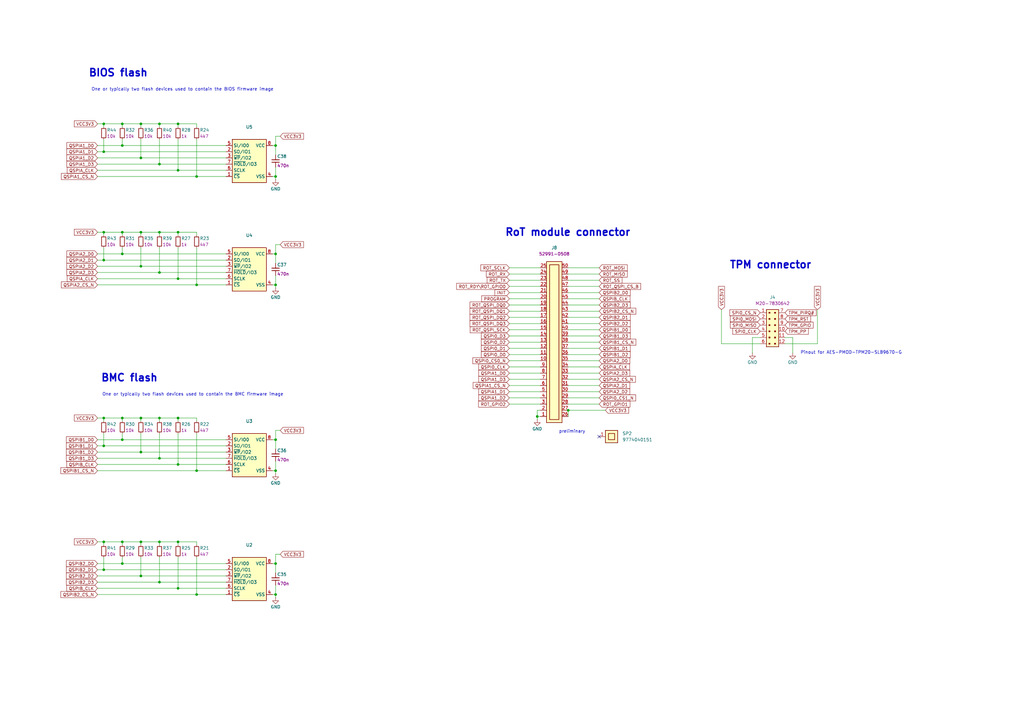
<source format=kicad_sch>
(kicad_sch (version 20211123) (generator eeschema)
  (paper "A3")
  (title_block (title "Artix - Datacenter Secure Control Module (DC-SCM)") (date "2023-08-09") (rev "1.1.1"))
  (junction (at 73.025 50.8))
  (junction (at 57.785 222.25))
  (junction (at 65.405 187.96))
  (junction (at 57.785 109.22))
  (junction (at 73.025 114.3))
  (junction (at 113.03 231.14))
  (junction (at 73.025 190.5))
  (junction (at 233.045 168.275))
  (junction (at 65.405 171.45))
  (junction (at 113.03 193.04))
  (junction (at 42.545 62.23))
  (junction (at 80.645 72.39))
  (junction (at 50.165 171.45))
  (junction (at 42.545 222.25))
  (junction (at 57.785 95.25))
  (junction (at 50.165 231.14))
  (junction (at 57.785 236.22))
  (junction (at 42.545 233.68))
  (junction (at 65.405 95.25))
  (junction (at 73.025 69.85))
  (junction (at 50.165 180.34))
  (junction (at 57.785 50.8))
  (junction (at 65.405 111.76))
  (junction (at 57.785 185.42))
  (junction (at 73.025 171.45))
  (junction (at 65.405 50.8))
  (junction (at 50.165 222.25))
  (junction (at 50.165 104.14))
  (junction (at 65.405 238.76))
  (junction (at 73.025 95.25))
  (junction (at 113.03 72.39))
  (junction (at 57.785 171.45))
  (junction (at 65.405 67.31))
  (junction (at 42.545 50.8))
  (junction (at 50.165 95.25))
  (junction (at 113.03 104.14))
  (junction (at 220.345 170.815))
  (junction (at 42.545 182.88))
  (junction (at 42.545 106.68))
  (junction (at 57.785 64.77))
  (junction (at 113.03 59.69))
  (junction (at 113.03 116.84))
  (junction (at 50.165 59.69))
  (junction (at 73.025 222.25))
  (junction (at 80.645 193.04))
  (junction (at 73.025 241.3))
  (junction (at 80.645 116.84))
  (junction (at 113.03 180.34))
  (junction (at 65.405 222.25))
  (junction (at 42.545 95.25))
  (junction (at 113.03 243.84))
  (junction (at 50.165 50.8))
  (junction (at 80.645 243.84))
  (junction (at 42.545 171.45))
  (no_connect (at 245.745 179.07))
  (wire (pts (xy 221.615 160.655) (xy 208.915 160.655)))
  (wire (pts (xy 42.545 171.45) (xy 50.165 171.45)))
  (wire (pts (xy 80.645 57.15) (xy 80.645 72.39)))
  (wire (pts (xy 65.405 187.96) (xy 92.71 187.96)))
  (wire (pts (xy 50.165 104.14) (xy 92.71 104.14)))
  (wire (pts (xy 65.405 222.25) (xy 65.405 223.52)))
  (wire (pts (xy 65.405 57.15) (xy 65.405 67.31)))
  (wire (pts (xy 65.405 222.25) (xy 73.025 222.25)))
  (wire (pts (xy 50.165 222.25) (xy 57.785 222.25)))
  (wire (pts (xy 50.165 95.25) (xy 57.785 95.25)))
  (wire (pts (xy 50.165 222.25) (xy 50.165 223.52)))
  (wire (pts (xy 233.045 125.095) (xy 245.745 125.095)))
  (wire (pts (xy 65.405 95.25) (xy 65.405 96.52)))
  (wire (pts (xy 73.025 114.3) (xy 92.71 114.3)))
  (wire (pts (xy 221.615 132.715) (xy 208.915 132.715)))
  (wire (pts (xy 221.615 137.795) (xy 208.915 137.795)))
  (wire (pts (xy 73.025 222.25) (xy 80.645 222.25)))
  (wire (pts (xy 50.165 59.69) (xy 92.71 59.69)))
  (wire (pts (xy 221.615 165.735) (xy 208.915 165.735)))
  (wire (pts (xy 57.785 171.45) (xy 65.405 171.45)))
  (wire (pts (xy 111.76 59.69) (xy 113.03 59.69)))
  (wire (pts (xy 233.045 130.175) (xy 245.745 130.175)))
  (wire (pts (xy 113.03 63.5) (xy 113.03 59.69)))
  (wire (pts (xy 57.785 95.25) (xy 65.405 95.25)))
  (wire (pts (xy 233.045 145.415) (xy 245.745 145.415)))
  (wire (pts (xy 113.03 176.53) (xy 113.03 180.34)))
  (wire (pts (xy 65.405 67.31) (xy 92.71 67.31)))
  (wire (pts (xy 42.545 101.6) (xy 42.545 106.68)))
  (wire (pts (xy 40.005 182.88) (xy 42.545 182.88)))
  (wire (pts (xy 245.745 153.035) (xy 233.045 153.035)))
  (wire (pts (xy 221.615 120.015) (xy 208.915 120.015)))
  (wire (pts (xy 40.005 104.14) (xy 50.165 104.14)))
  (wire (pts (xy 73.025 241.3) (xy 92.71 241.3)))
  (wire (pts (xy 221.615 135.255) (xy 208.915 135.255)))
  (wire (pts (xy 321.945 140.97) (xy 335.28 140.97)))
  (wire (pts (xy 80.645 171.45) (xy 80.645 172.72)))
  (wire (pts (xy 113.03 243.84) (xy 113.03 245.11)))
  (wire (pts (xy 50.165 228.6) (xy 50.165 231.14)))
  (wire (pts (xy 221.615 163.195) (xy 208.915 163.195)))
  (wire (pts (xy 221.615 109.855) (xy 208.915 109.855)))
  (wire (pts (xy 220.345 168.275) (xy 220.345 170.815)))
  (wire (pts (xy 57.785 50.8) (xy 65.405 50.8)))
  (wire (pts (xy 42.545 171.45) (xy 42.545 172.72)))
  (wire (pts (xy 57.785 109.22) (xy 92.71 109.22)))
  (wire (pts (xy 245.745 158.115) (xy 233.045 158.115)))
  (wire (pts (xy 65.405 238.76) (xy 92.71 238.76)))
  (wire (pts (xy 65.405 95.25) (xy 73.025 95.25)))
  (wire (pts (xy 40.005 50.8) (xy 42.545 50.8)))
  (wire (pts (xy 40.005 95.25) (xy 42.545 95.25)))
  (wire (pts (xy 111.76 180.34) (xy 113.03 180.34)))
  (wire (pts (xy 42.545 50.8) (xy 50.165 50.8)))
  (wire (pts (xy 73.025 101.6) (xy 73.025 114.3)))
  (wire (pts (xy 73.025 171.45) (xy 73.025 172.72)))
  (wire (pts (xy 40.005 114.3) (xy 73.025 114.3)))
  (wire (pts (xy 57.785 171.45) (xy 57.785 172.72)))
  (wire (pts (xy 245.745 117.475) (xy 233.045 117.475)))
  (wire (pts (xy 113.03 72.39) (xy 113.03 73.66)))
  (wire (pts (xy 233.045 114.935) (xy 245.745 114.935)))
  (wire (pts (xy 80.645 177.8) (xy 80.645 193.04)))
  (wire (pts (xy 113.03 193.04) (xy 111.76 193.04)))
  (wire (pts (xy 220.345 170.815) (xy 221.615 170.815)))
  (wire (pts (xy 65.405 171.45) (xy 65.405 172.72)))
  (wire (pts (xy 57.785 50.8) (xy 57.785 52.07)))
  (wire (pts (xy 50.165 171.45) (xy 57.785 171.45)))
  (wire (pts (xy 42.545 222.25) (xy 42.545 223.52)))
  (wire (pts (xy 113.03 113.03) (xy 113.03 116.84)))
  (wire (pts (xy 42.545 233.68) (xy 92.71 233.68)))
  (wire (pts (xy 40.005 231.14) (xy 50.165 231.14)))
  (wire (pts (xy 65.405 111.76) (xy 92.71 111.76)))
  (wire (pts (xy 57.785 236.22) (xy 92.71 236.22)))
  (wire (pts (xy 80.645 101.6) (xy 80.645 116.84)))
  (wire (pts (xy 73.025 222.25) (xy 73.025 223.52)))
  (wire (pts (xy 42.545 57.15) (xy 42.545 62.23)))
  (wire (pts (xy 221.615 150.495) (xy 208.915 150.495)))
  (wire (pts (xy 311.785 140.97) (xy 295.91 140.97)))
  (wire (pts (xy 80.645 243.84) (xy 92.71 243.84)))
  (wire (pts (xy 114.935 227.33) (xy 113.03 227.33)))
  (wire (pts (xy 221.615 158.115) (xy 208.915 158.115)))
  (wire (pts (xy 80.645 95.25) (xy 80.645 96.52)))
  (wire (pts (xy 233.045 142.875) (xy 245.745 142.875)))
  (wire (pts (xy 233.045 168.275) (xy 248.285 168.275)))
  (wire (pts (xy 113.03 240.03) (xy 113.03 243.84)))
  (wire (pts (xy 65.405 101.6) (xy 65.405 111.76)))
  (wire (pts (xy 40.005 190.5) (xy 73.025 190.5)))
  (wire (pts (xy 220.345 168.275) (xy 221.615 168.275)))
  (wire (pts (xy 73.025 95.25) (xy 80.645 95.25)))
  (wire (pts (xy 73.025 95.25) (xy 73.025 96.52)))
  (wire (pts (xy 50.165 177.8) (xy 50.165 180.34)))
  (wire (pts (xy 50.165 57.15) (xy 50.165 59.69)))
  (wire (pts (xy 57.785 57.15) (xy 57.785 64.77)))
  (wire (pts (xy 221.615 114.935) (xy 208.915 114.935)))
  (wire (pts (xy 245.745 120.015) (xy 233.045 120.015)))
  (wire (pts (xy 113.03 100.33) (xy 113.03 104.14)))
  (wire (pts (xy 40.005 243.84) (xy 80.645 243.84)))
  (wire (pts (xy 40.005 233.68) (xy 42.545 233.68)))
  (wire (pts (xy 57.785 222.25) (xy 65.405 222.25)))
  (wire (pts (xy 221.615 130.175) (xy 208.915 130.175)))
  (wire (pts (xy 113.03 243.84) (xy 111.76 243.84)))
  (wire (pts (xy 73.025 171.45) (xy 80.645 171.45)))
  (wire (pts (xy 73.025 50.8) (xy 80.645 50.8)))
  (wire (pts (xy 50.165 50.8) (xy 50.165 52.07)))
  (wire (pts (xy 40.005 116.84) (xy 80.645 116.84)))
  (wire (pts (xy 113.03 68.58) (xy 113.03 72.39)))
  (wire (pts (xy 233.045 147.955) (xy 245.745 147.955)))
  (wire (pts (xy 42.545 177.8) (xy 42.545 182.88)))
  (wire (pts (xy 42.545 62.23) (xy 92.71 62.23)))
  (wire (pts (xy 233.045 140.335) (xy 245.745 140.335)))
  (wire (pts (xy 114.935 100.33) (xy 113.03 100.33)))
  (wire (pts (xy 335.28 140.97) (xy 335.28 127)))
  (wire (pts (xy 40.005 111.76) (xy 65.405 111.76)))
  (wire (pts (xy 40.005 72.39) (xy 80.645 72.39)))
  (wire (pts (xy 65.405 50.8) (xy 65.405 52.07)))
  (wire (pts (xy 113.03 184.15) (xy 113.03 180.34)))
  (wire (pts (xy 80.645 116.84) (xy 92.71 116.84)))
  (wire (pts (xy 221.615 127.635) (xy 208.915 127.635)))
  (wire (pts (xy 233.045 135.255) (xy 245.745 135.255)))
  (wire (pts (xy 50.165 231.14) (xy 92.71 231.14)))
  (wire (pts (xy 40.005 222.25) (xy 42.545 222.25)))
  (wire (pts (xy 113.03 107.95) (xy 113.03 104.14)))
  (wire (pts (xy 113.03 189.23) (xy 113.03 193.04)))
  (wire (pts (xy 221.615 142.875) (xy 208.915 142.875)))
  (wire (pts (xy 40.005 241.3) (xy 73.025 241.3)))
  (wire (pts (xy 40.005 187.96) (xy 65.405 187.96)))
  (wire (pts (xy 308.61 138.43) (xy 308.61 144.78)))
  (wire (pts (xy 65.405 228.6) (xy 65.405 238.76)))
  (wire (pts (xy 42.545 228.6) (xy 42.545 233.68)))
  (wire (pts (xy 57.785 185.42) (xy 92.71 185.42)))
  (wire (pts (xy 57.785 101.6) (xy 57.785 109.22)))
  (wire (pts (xy 40.005 59.69) (xy 50.165 59.69)))
  (wire (pts (xy 221.615 155.575) (xy 208.915 155.575)))
  (wire (pts (xy 50.165 180.34) (xy 92.71 180.34)))
  (wire (pts (xy 42.545 106.68) (xy 92.71 106.68)))
  (wire (pts (xy 113.03 227.33) (xy 113.03 231.14)))
  (wire (pts (xy 111.76 104.14) (xy 113.03 104.14)))
  (wire (pts (xy 233.045 137.795) (xy 245.745 137.795)))
  (wire (pts (xy 113.03 55.88) (xy 113.03 59.69)))
  (wire (pts (xy 113.03 72.39) (xy 111.76 72.39)))
  (wire (pts (xy 73.025 177.8) (xy 73.025 190.5)))
  (wire (pts (xy 311.785 138.43) (xy 308.61 138.43)))
  (wire (pts (xy 208.915 153.035) (xy 221.615 153.035)))
  (wire (pts (xy 42.545 95.25) (xy 50.165 95.25)))
  (wire (pts (xy 245.745 122.555) (xy 233.045 122.555)))
  (wire (pts (xy 65.405 50.8) (xy 73.025 50.8)))
  (wire (pts (xy 42.545 182.88) (xy 92.71 182.88)))
  (wire (pts (xy 73.025 69.85) (xy 92.71 69.85)))
  (wire (pts (xy 50.165 171.45) (xy 50.165 172.72)))
  (wire (pts (xy 221.615 117.475) (xy 208.915 117.475)))
  (wire (pts (xy 40.005 62.23) (xy 42.545 62.23)))
  (wire (pts (xy 73.025 50.8) (xy 73.025 52.07)))
  (wire (pts (xy 233.045 150.495) (xy 245.745 150.495)))
  (wire (pts (xy 321.945 138.43) (xy 325.12 138.43)))
  (wire (pts (xy 233.045 165.735) (xy 245.745 165.735)))
  (wire (pts (xy 245.745 155.575) (xy 233.045 155.575)))
  (wire (pts (xy 113.03 116.84) (xy 111.76 116.84)))
  (wire (pts (xy 73.025 228.6) (xy 73.025 241.3)))
  (wire (pts (xy 233.045 163.195) (xy 245.745 163.195)))
  (wire (pts (xy 80.645 228.6) (xy 80.645 243.84)))
  (wire (pts (xy 80.645 193.04) (xy 92.71 193.04)))
  (wire (pts (xy 73.025 57.15) (xy 73.025 69.85)))
  (wire (pts (xy 65.405 177.8) (xy 65.405 187.96)))
  (wire (pts (xy 233.045 170.815) (xy 233.045 168.275)))
  (wire (pts (xy 50.165 50.8) (xy 57.785 50.8)))
  (wire (pts (xy 221.615 112.395) (xy 208.915 112.395)))
  (wire (pts (xy 40.005 67.31) (xy 65.405 67.31)))
  (wire (pts (xy 80.645 50.8) (xy 80.645 52.07)))
  (wire (pts (xy 40.005 238.76) (xy 65.405 238.76)))
  (wire (pts (xy 113.03 193.04) (xy 113.03 194.31)))
  (wire (pts (xy 233.045 109.855) (xy 245.745 109.855)))
  (wire (pts (xy 114.935 176.53) (xy 113.03 176.53)))
  (wire (pts (xy 80.645 72.39) (xy 92.71 72.39)))
  (wire (pts (xy 245.745 160.655) (xy 233.045 160.655)))
  (wire (pts (xy 40.005 64.77) (xy 57.785 64.77)))
  (wire (pts (xy 57.785 95.25) (xy 57.785 96.52)))
  (wire (pts (xy 57.785 222.25) (xy 57.785 223.52)))
  (wire (pts (xy 65.405 171.45) (xy 73.025 171.45)))
  (wire (pts (xy 220.345 170.815) (xy 220.345 172.085)))
  (wire (pts (xy 42.545 95.25) (xy 42.545 96.52)))
  (wire (pts (xy 111.76 231.14) (xy 113.03 231.14)))
  (wire (pts (xy 40.005 193.04) (xy 80.645 193.04)))
  (wire (pts (xy 57.785 64.77) (xy 92.71 64.77)))
  (wire (pts (xy 57.785 228.6) (xy 57.785 236.22)))
  (wire (pts (xy 42.545 50.8) (xy 42.545 52.07)))
  (wire (pts (xy 295.91 140.97) (xy 295.91 127)))
  (wire (pts (xy 73.025 190.5) (xy 92.71 190.5)))
  (wire (pts (xy 221.615 147.955) (xy 208.915 147.955)))
  (wire (pts (xy 80.645 222.25) (xy 80.645 223.52)))
  (wire (pts (xy 233.045 127.635) (xy 245.745 127.635)))
  (wire (pts (xy 221.615 140.335) (xy 208.915 140.335)))
  (wire (pts (xy 40.005 236.22) (xy 57.785 236.22)))
  (wire (pts (xy 40.005 171.45) (xy 42.545 171.45)))
  (wire (pts (xy 114.935 55.88) (xy 113.03 55.88)))
  (wire (pts (xy 50.165 95.25) (xy 50.165 96.52)))
  (wire (pts (xy 40.005 106.68) (xy 42.545 106.68)))
  (wire (pts (xy 221.615 145.415) (xy 208.915 145.415)))
  (wire (pts (xy 57.785 177.8) (xy 57.785 185.42)))
  (wire (pts (xy 42.545 222.25) (xy 50.165 222.25)))
  (wire (pts (xy 50.165 101.6) (xy 50.165 104.14)))
  (wire (pts (xy 233.045 112.395) (xy 245.745 112.395)))
  (wire (pts (xy 221.615 125.095) (xy 208.915 125.095)))
  (wire (pts (xy 233.045 132.715) (xy 245.745 132.715)))
  (wire (pts (xy 40.005 109.22) (xy 57.785 109.22)))
  (wire (pts (xy 113.03 116.84) (xy 113.03 118.11)))
  (wire (pts (xy 40.005 69.85) (xy 73.025 69.85)))
  (wire (pts (xy 221.615 122.555) (xy 208.915 122.555)))
  (wire (pts (xy 40.005 180.34) (xy 50.165 180.34)))
  (wire (pts (xy 113.03 234.95) (xy 113.03 231.14)))
  (wire (pts (xy 325.12 138.43) (xy 325.12 144.78)))
  (wire (pts (xy 40.005 185.42) (xy 57.785 185.42)))
  (text "RoT module connector" (at 207.01 97.155 0) (effects (font (size 2.9972 2.9972) (thickness 0.5994) bold) (justify left bottom)))
  (text "One or typically two flash devices used to contain the BMC firmware image" (at 41.91 162.56 0) (effects (font (size 1.27 1.27)) (justify left bottom)))
  (text "TPM connector" (at 299.085 110.49 0) (effects (font (size 2.9972 2.9972) (thickness 0.5994) bold) (justify left bottom)))
  (text "BMC flash" (at 41.275 156.845 0) (effects (font (size 2.9972 2.9972) (thickness 0.5994) bold) (justify left bottom)))
  (text "BIOS flash" (at 36.195 31.75 0) (effects (font (size 2.9972 2.9972) (thickness 0.5994) bold) (justify left bottom)))
  (text "One or typically two flash devices used to contain the BIOS firmware image" (at 37.465 37.465 0) (effects (font (size 1.27 1.27)) (justify left bottom)))
  (text "Pinout for AES-PMOD-TPM20-SLB9670-G" (at 328.295 145.415 0) (effects (font (size 1.27 1.27)) (justify left bottom)))
  (text "preliminary\n" (at 229.235 177.8 0) (effects (font (size 1.27 1.27)) (justify left bottom)))
  (global_label "QSPIB2_CS_N" (shape input) (at 245.745 127.635 0) (property "Intersheet References" "${INTERSHEET_REFS}" (effects hide)))
  (global_label "QSPIB2_CS_N" (shape input) (at 40.005 243.84 180) (property "Intersheet References" "${INTERSHEET_REFS}" (effects hide)))
  (global_label "QSPIA2_CS_N" (shape input) (at 40.005 116.84 180) (property "Intersheet References" "${INTERSHEET_REFS}" (effects hide)))
  (global_label "QSPIB1_D2" (shape input) (at 40.005 185.42 180) (property "Intersheet References" "${INTERSHEET_REFS}" (effects hide)))
  (global_label "ROT_GPIO1" (shape input) (at 245.745 165.735 0) (property "Intersheet References" "${INTERSHEET_REFS}" (effects hide)))
  (global_label "QSPIA2_CS_N" (shape input) (at 245.745 155.575 0) (property "Intersheet References" "${INTERSHEET_REFS}" (effects hide)))
  (global_label "VCC3V3" (shape input) (at 335.28 127 90) (property "Intersheet References" "${INTERSHEET_REFS}" (effects hide)))
  (global_label "QSPIB2_D2" (shape input) (at 245.745 132.715 0) (property "Intersheet References" "${INTERSHEET_REFS}" (effects hide)))
  (global_label "VCC3V3" (shape input) (at 40.005 171.45 180) (property "Intersheet References" "${INTERSHEET_REFS}" (effects hide)))
  (global_label "QSPIB2_D0" (shape input) (at 245.745 120.015 0) (property "Intersheet References" "${INTERSHEET_REFS}" (effects hide)))
  (global_label "QSPI0_D2" (shape input) (at 208.915 140.335 180) (property "Intersheet References" "${INTERSHEET_REFS}" (effects hide)))
  (global_label "QSPIA_CLK" (shape input) (at 245.745 150.495 0) (property "Intersheet References" "${INTERSHEET_REFS}" (effects hide)))
  (global_label "QSPI0_D3" (shape input) (at 208.915 137.795 180) (property "Intersheet References" "${INTERSHEET_REFS}" (effects hide)))
  (global_label "ROT_SS" (shape input) (at 245.745 114.935 0) (property "Intersheet References" "${INTERSHEET_REFS}" (effects hide)))
  (global_label "ROT_QSPI_DQ3" (shape input) (at 208.915 132.715 180) (property "Intersheet References" "${INTERSHEET_REFS}" (effects hide)))
  (global_label "QSPIA1_D3" (shape input) (at 208.915 155.575 180) (property "Intersheet References" "${INTERSHEET_REFS}" (effects hide)))
  (global_label "PROGRAM" (shape input) (at 208.915 122.555 180) (property "Intersheet References" "${INTERSHEET_REFS}" (effects hide)))
  (global_label "VCC3V3" (shape input) (at 114.935 55.88 0) (property "Intersheet References" "${INTERSHEET_REFS}" (effects hide)))
  (global_label "VCC3V3" (shape input) (at 114.935 227.33 0) (property "Intersheet References" "${INTERSHEET_REFS}" (effects hide)))
  (global_label "QSPIB_CLK" (shape input) (at 40.005 190.5 180) (property "Intersheet References" "${INTERSHEET_REFS}" (effects hide)))
  (global_label "QSPIB2_D3" (shape input) (at 40.005 238.76 180) (property "Intersheet References" "${INTERSHEET_REFS}" (effects hide)))
  (global_label "VCC3V3" (shape input) (at 40.005 95.25 180) (property "Intersheet References" "${INTERSHEET_REFS}" (effects hide)))
  (global_label "TPM_PP" (shape input) (at 321.945 135.89 0) (property "Intersheet References" "${INTERSHEET_REFS}" (effects hide)))
  (global_label "VCC3V3" (shape input) (at 114.935 100.33 0) (property "Intersheet References" "${INTERSHEET_REFS}" (effects hide)))
  (global_label "VCC3V3" (shape input) (at 40.005 50.8 180) (property "Intersheet References" "${INTERSHEET_REFS}" (effects hide)))
  (global_label "QSPIA1_D0" (shape input) (at 208.915 153.035 180) (property "Intersheet References" "${INTERSHEET_REFS}" (effects hide)))
  (global_label "QSPIA_CLK" (shape input) (at 40.005 114.3 180) (property "Intersheet References" "${INTERSHEET_REFS}" (effects hide)))
  (global_label "QSPIA_CLK" (shape input) (at 40.005 69.85 180) (property "Intersheet References" "${INTERSHEET_REFS}" (effects hide)))
  (global_label "ROT_GPIO2" (shape input) (at 208.915 165.735 180) (property "Intersheet References" "${INTERSHEET_REFS}" (effects hide)))
  (global_label "SPI0_CLK" (shape input) (at 311.785 135.89 180) (property "Intersheet References" "${INTERSHEET_REFS}" (effects hide)))
  (global_label "QSPI0_CLK" (shape input) (at 208.915 150.495 180) (property "Intersheet References" "${INTERSHEET_REFS}" (effects hide)))
  (global_label "QSPIB_CLK" (shape input) (at 40.005 241.3 180) (property "Intersheet References" "${INTERSHEET_REFS}" (effects hide)))
  (global_label "ROT_MOSI" (shape input) (at 245.745 109.855 0) (property "Intersheet References" "${INTERSHEET_REFS}" (effects hide)))
  (global_label "SPI0_CS_N" (shape input) (at 311.785 128.27 180) (property "Intersheet References" "${INTERSHEET_REFS}" (effects hide)))
  (global_label "ROT_QSPI_SCK" (shape input) (at 208.915 135.255 180) (property "Intersheet References" "${INTERSHEET_REFS}" (effects hide)))
  (global_label "QSPIA2_D1" (shape input) (at 40.005 106.68 180) (property "Intersheet References" "${INTERSHEET_REFS}" (effects hide)))
  (global_label "QSPIB2_D0" (shape input) (at 40.005 231.14 180) (property "Intersheet References" "${INTERSHEET_REFS}" (effects hide)))
  (global_label "ROT_RDY\\ROT_GPIO0" (shape input) (at 208.915 117.475 180) (property "Intersheet References" "${INTERSHEET_REFS}" (effects hide)))
  (global_label "ROT_QSPI_DQ0" (shape input) (at 208.915 125.095 180) (property "Intersheet References" "${INTERSHEET_REFS}" (effects hide)))
  (global_label "QSPIB1_D0" (shape input) (at 40.005 180.34 180) (property "Intersheet References" "${INTERSHEET_REFS}" (effects hide)))
  (global_label "SPI0_MISO" (shape input) (at 311.785 133.35 180) (property "Intersheet References" "${INTERSHEET_REFS}" (effects hide)))
  (global_label "ROT_TX" (shape input) (at 208.915 114.935 180) (property "Intersheet References" "${INTERSHEET_REFS}" (effects hide)))
  (global_label "QSPIB1_D3" (shape input) (at 40.005 187.96 180) (property "Intersheet References" "${INTERSHEET_REFS}" (effects hide)))
  (global_label "QSPIA2_D1" (shape input) (at 245.745 158.115 0) (property "Intersheet References" "${INTERSHEET_REFS}" (effects hide)))
  (global_label "SPI0_MOSI" (shape input) (at 311.785 130.81 180) (property "Intersheet References" "${INTERSHEET_REFS}" (effects hide)))
  (global_label "QSPIA1_D2" (shape input) (at 208.915 163.195 180) (property "Intersheet References" "${INTERSHEET_REFS}" (effects hide)))
  (global_label "QSPI0_CS0_N" (shape input) (at 208.915 147.955 180) (property "Intersheet References" "${INTERSHEET_REFS}" (effects hide)))
  (global_label "VCC3V3" (shape input) (at 295.91 127 90) (property "Intersheet References" "${INTERSHEET_REFS}" (effects hide)))
  (global_label "VCC3V3" (shape input) (at 248.285 168.275 0) (property "Intersheet References" "${INTERSHEET_REFS}" (effects hide)))
  (global_label "QSPIB2_D1" (shape input) (at 40.005 233.68 180) (property "Intersheet References" "${INTERSHEET_REFS}" (effects hide)))
  (global_label "QSPIA1_D0" (shape input) (at 40.005 59.69 180) (property "Intersheet References" "${INTERSHEET_REFS}" (effects hide)))
  (global_label "ROT_QSPI_DQ2" (shape input) (at 208.915 130.175 180) (property "Intersheet References" "${INTERSHEET_REFS}" (effects hide)))
  (global_label "TPM_GPIO" (shape input) (at 321.945 133.35 0) (property "Intersheet References" "${INTERSHEET_REFS}" (effects hide)))
  (global_label "QSPIA1_D1" (shape input) (at 40.005 62.23 180) (property "Intersheet References" "${INTERSHEET_REFS}" (effects hide)))
  (global_label "QSPIB1_D3" (shape input) (at 245.745 137.795 0) (property "Intersheet References" "${INTERSHEET_REFS}" (effects hide)))
  (global_label "QSPI0_CS1_N" (shape input) (at 245.745 163.195 0) (property "Intersheet References" "${INTERSHEET_REFS}" (effects hide)))
  (global_label "QSPIA2_D3" (shape input) (at 40.005 111.76 180) (property "Intersheet References" "${INTERSHEET_REFS}" (effects hide)))
  (global_label "QSPIA2_D2" (shape input) (at 245.745 160.655 0) (property "Intersheet References" "${INTERSHEET_REFS}" (effects hide)))
  (global_label "QSPIB1_CS_N" (shape input) (at 245.745 140.335 0) (property "Intersheet References" "${INTERSHEET_REFS}" (effects hide)))
  (global_label "ROT_RX" (shape input) (at 208.915 112.395 180) (property "Intersheet References" "${INTERSHEET_REFS}" (effects hide)))
  (global_label "QSPIA1_CS_N" (shape input) (at 40.005 72.39 180) (property "Intersheet References" "${INTERSHEET_REFS}" (effects hide)))
  (global_label "ROT_QSPI_CS_B" (shape input) (at 245.745 117.475 0) (property "Intersheet References" "${INTERSHEET_REFS}" (effects hide)))
  (global_label "TPM_RST" (shape input) (at 321.945 130.81 0) (property "Intersheet References" "${INTERSHEET_REFS}" (effects hide)))
  (global_label "QSPIB_CLK" (shape input) (at 245.745 122.555 0) (property "Intersheet References" "${INTERSHEET_REFS}" (effects hide)))
  (global_label "QSPIA1_D1" (shape input) (at 208.915 160.655 180) (property "Intersheet References" "${INTERSHEET_REFS}" (effects hide)))
  (global_label "INIT" (shape input) (at 208.915 120.015 180) (property "Intersheet References" "${INTERSHEET_REFS}" (effects hide)))
  (global_label "QSPI0_D1" (shape input) (at 208.915 142.875 180) (property "Intersheet References" "${INTERSHEET_REFS}" (effects hide)))
  (global_label "QSPIB1_D2" (shape input) (at 245.745 145.415 0) (property "Intersheet References" "${INTERSHEET_REFS}" (effects hide)))
  (global_label "TPM_PIRQ#" (shape input) (at 321.945 128.27 0) (property "Intersheet References" "${INTERSHEET_REFS}" (effects hide)))
  (global_label "ROT_SCLK" (shape input) (at 208.915 109.855 180) (property "Intersheet References" "${INTERSHEET_REFS}" (effects hide)))
  (global_label "QSPIB1_CS_N" (shape input) (at 40.005 193.04 180) (property "Intersheet References" "${INTERSHEET_REFS}" (effects hide)))
  (global_label "QSPIA2_D0" (shape input) (at 40.005 104.14 180) (property "Intersheet References" "${INTERSHEET_REFS}" (effects hide)))
  (global_label "QSPIA1_CS_N" (shape input) (at 208.915 158.115 180) (property "Intersheet References" "${INTERSHEET_REFS}" (effects hide)))
  (global_label "QSPI0_D0" (shape input) (at 208.915 145.415 180) (property "Intersheet References" "${INTERSHEET_REFS}" (effects hide)))
  (global_label "QSPIA2_D3" (shape input) (at 245.745 153.035 0) (property "Intersheet References" "${INTERSHEET_REFS}" (effects hide)))
  (global_label "QSPIB2_D2" (shape input) (at 40.005 236.22 180) (property "Intersheet References" "${INTERSHEET_REFS}" (effects hide)))
  (global_label "QSPIB2_D1" (shape input) (at 245.745 130.175 0) (property "Intersheet References" "${INTERSHEET_REFS}" (effects hide)))
  (global_label "QSPIA2_D0" (shape input) (at 245.745 147.955 0) (property "Intersheet References" "${INTERSHEET_REFS}" (effects hide)))
  (global_label "ROT_QSPI_DQ1" (shape input) (at 208.915 127.635 180) (property "Intersheet References" "${INTERSHEET_REFS}" (effects hide)))
  (global_label "QSPIB1_D1" (shape input) (at 40.005 182.88 180) (property "Intersheet References" "${INTERSHEET_REFS}" (effects hide)))
  (global_label "QSPIB1_D1" (shape input) (at 245.745 142.875 0) (property "Intersheet References" "${INTERSHEET_REFS}" (effects hide)))
  (global_label "VCC3V3" (shape input) (at 114.935 176.53 0) (property "Intersheet References" "${INTERSHEET_REFS}" (effects hide)))
  (global_label "QSPIA1_D2" (shape input) (at 40.005 64.77 180) (property "Intersheet References" "${INTERSHEET_REFS}" (effects hide)))
  (global_label "QSPIA2_D2" (shape input) (at 40.005 109.22 180) (property "Intersheet References" "${INTERSHEET_REFS}" (effects hide)))
  (global_label "QSPIB1_D0" (shape input) (at 245.745 135.255 0) (property "Intersheet References" "${INTERSHEET_REFS}" (effects hide)))
  (global_label "QSPIA1_D3" (shape input) (at 40.005 67.31 180) (property "Intersheet References" "${INTERSHEET_REFS}" (effects hide)))
  (global_label "ROT_MISO" (shape input) (at 245.745 112.395 0) (property "Intersheet References" "${INTERSHEET_REFS}" (effects hide)))
  (global_label "QSPIB2_D3" (shape input) (at 245.745 125.095 0) (property "Intersheet References" "${INTERSHEET_REFS}" (effects hide)))
  (global_label "VCC3V3" (shape input) (at 40.005 222.25 180) (property "Intersheet References" "${INTERSHEET_REFS}" (effects hide)))
  (symbol (lib_name "R_4k7_0402_1") (lib_id "antmicroResistors0402:R_4k7_0402") (at 80.645 52.07 270) (unit 1)
    (property "Reference" "R24" (at 81.915 53.34 90) (effects (justify left)))
    (property "Value" "R_4k7_0402" (effects hide))
    (property "Footprint" "antmicro-footprints:R_0402_1005Metric" (effects hide))
    (property "Datasheet" "https://www.bourns.com/docs/product-datasheets/cr.pdf" (effects hide))
    (property "Manufacturer" "Bourns" (effects hide))
    (property "MPN" "CR0402-FX-4701GLF" (effects hide))
    (property "Val" "4k7" (at 81.915 55.88 90) (effects (justify left)))
    (property "License" "Apache-2.0" (effects hide))
    (property "Author" "Antmicro" (effects hide))
    (property "Tolerance" "1%" (effects hide))
  )
  (symbol (lib_id "antmicroResistors0402:R_1k_0402") (at 73.025 52.07 270) (unit 1)
    (property "Reference" "R28" (at 74.295 53.34 90) (effects (justify left)))
    (property "Value" "R_1k_0402" (effects hide))
    (property "Footprint" "antmicro-footprints:R_0402_1005Metric" (effects hide))
    (property "Datasheet" "https://www.bourns.com/docs/product-datasheets/cr.pdf" (effects hide))
    (property "Manufacturer" "Bourns" (effects hide))
    (property "MPN" "CR0402-FX-1001GLF" (effects hide))
    (property "Val" "1k" (at 74.295 55.88 90) (effects (justify left)))
    (property "License" "Apache-2.0" (effects hide))
    (property "Author" "Antmicro" (effects hide))
    (property "Tolerance" "1%" (effects hide))
  )
  (symbol (lib_name "R_10k_0402_15") (lib_id "antmicroResistors0402:R_10k_0402") (at 50.165 57.15 90) (unit 1)
    (property "Reference" "R32" (at 51.435 53.34 90) (effects (justify right)))
    (property "Value" "R_10k_0402" (effects hide))
    (property "Footprint" "antmicro-footprints:R_0402_1005Metric" (effects hide))
    (property "Datasheet" "https://www.bourns.com/docs/product-datasheets/cr.pdf" (effects hide))
    (property "Manufacturer" "Bourns" (effects hide))
    (property "MPN" "CR0402-FX-1002GLF" (effects hide))
    (property "Val" "10k" (at 51.435 55.88 90) (effects (justify right)))
    (property "License" "Apache-2.0" (effects hide))
    (property "Author" "Antmicro" (effects hide))
    (property "Tolerance" "1%" (effects hide))
  )
  (symbol (lib_name "R_10k_0402_14") (lib_id "antmicroResistors0402:R_10k_0402") (at 65.405 57.15 90) (unit 1)
    (property "Reference" "R40" (at 66.675 53.34 90) (effects (justify right)))
    (property "Value" "R_10k_0402" (effects hide))
    (property "Footprint" "antmicro-footprints:R_0402_1005Metric" (effects hide))
    (property "Datasheet" "https://www.bourns.com/docs/product-datasheets/cr.pdf" (effects hide))
    (property "Manufacturer" "Bourns" (effects hide))
    (property "MPN" "CR0402-FX-1002GLF" (effects hide))
    (property "Val" "10k" (at 66.675 55.88 90) (effects (justify right)))
    (property "License" "Apache-2.0" (effects hide))
    (property "Author" "Antmicro" (effects hide))
    (property "Tolerance" "1%" (effects hide))
  )
  (symbol (lib_name "R_10k_0402_1") (lib_id "antmicroResistors0402:R_10k_0402") (at 42.545 57.15 270) (mirror x) (unit 1)
    (property "Reference" "R44" (at 43.815 53.34 90) (effects (justify left)))
    (property "Value" "R_10k_0402" (effects hide))
    (property "Footprint" "antmicro-footprints:R_0402_1005Metric" (effects hide))
    (property "Datasheet" "https://www.bourns.com/docs/product-datasheets/cr.pdf" (effects hide))
    (property "Manufacturer" "Bourns" (effects hide))
    (property "MPN" "CR0402-FX-1002GLF" (effects hide))
    (property "Val" "10k" (at 43.815 55.88 90) (effects (justify left)))
    (property "License" "Apache-2.0" (effects hide))
    (property "Author" "Antmicro" (effects hide))
    (property "Tolerance" "1%" (effects hide))
  )
  (symbol (lib_name "C_470n_0402_1") (lib_id "antmicroCapacitors0402:C_470n_0402") (at 113.03 68.58 90) (unit 1)
    (property "Reference" "C38" (at 113.665 64.135 90) (effects (justify right)))
    (property "Value" "C_470n_0402" (effects hide))
    (property "Footprint" "antmicro-footprints:C_0402_1005Metric" (effects hide))
    (property "Datasheet" " " (effects hide))
    (property "Manufacturer" "TDK" (effects hide))
    (property "MPN" "C1005X5R1E474M050BB" (effects hide))
    (property "Val" "470n" (at 113.665 67.945 90) (effects (justify right)))
    (property "License" "Apache-2.0" (effects hide))
    (property "Author" "Antmicro" (effects hide))
  )
  (symbol (lib_id "antmicroResistors0402:R_10k_0402") (at 57.785 57.15 90) (unit 1)
    (property "Reference" "R36" (at 59.055 53.34 90) (effects (justify right)))
    (property "Value" "R_10k_0402" (effects hide))
    (property "Footprint" "antmicro-footprints:R_0402_1005Metric" (effects hide))
    (property "Datasheet" "https://www.bourns.com/docs/product-datasheets/cr.pdf" (effects hide))
    (property "Manufacturer" "Bourns" (effects hide))
    (property "MPN" "CR0402-FX-1002GLF" (effects hide))
    (property "Val" "10k" (at 59.055 55.88 90) (effects (justify right)))
    (property "License" "Apache-2.0" (effects hide))
    (property "Author" "Antmicro" (effects hide))
    (property "Tolerance" "1%" (effects hide))
  )
  (symbol (lib_id "antmicroMemory:W25Q32JW_SOIC-8") (at 92.71 59.69 0) (unit 1)
    (property "Reference" "U5" (at 102.235 52.07 0))
    (property "Value" "W25Q32JV_SOIC-8" (effects hide))
    (property "Footprint" "antmicro-footprints:SOIC-8-1EP_5.3x5.3x2mm_P1.27mm" (effects hide))
    (property "Datasheet" "https://www.mouser.pl/datasheet/2/949/w25q32jw_spi_revf_09042018-1489621.pdf" (effects hide))
    (property "MPN" "W25Q32JWSSIQ" (effects hide))
    (property "Manufacturer" "Winbond" (effects hide))
    (property "Author" "Antmicro" (effects hide))
    (property "License" "Apache-2.0" (effects hide))
  )
  (symbol (lib_id "antmicropower:GND") (at 308.61 144.78 0) (unit 1)
    (property "Reference" "#PWR024" (effects hide))
    (property "Value" "GND" (at 308.61 148.59 0))
    (property "Author" "Antmicro" (effects hide))
    (property "License" "Apache-2.0" (effects hide))
  )
  (symbol (lib_id "antmicropower:GND") (at 325.12 144.78 0) (unit 1)
    (property "Reference" "#PWR025" (effects hide))
    (property "Value" "GND" (at 325.12 148.59 0))
    (property "Author" "Antmicro" (effects hide))
    (property "License" "Apache-2.0" (effects hide))
  )
  (symbol (lib_name "R_4k7_0402_3") (lib_id "antmicroResistors0402:R_4k7_0402") (at 80.645 96.52 270) (unit 1)
    (property "Reference" "R23" (at 81.915 97.79 90) (effects (justify left)))
    (property "Value" "R_4k7_0402" (effects hide))
    (property "Footprint" "antmicro-footprints:R_0402_1005Metric" (effects hide))
    (property "Datasheet" "https://www.bourns.com/docs/product-datasheets/cr.pdf" (effects hide))
    (property "Manufacturer" "Bourns" (effects hide))
    (property "MPN" "CR0402-FX-4701GLF" (effects hide))
    (property "Val" "4k7" (at 81.915 100.33 90) (effects (justify left)))
    (property "License" "Apache-2.0" (effects hide))
    (property "Author" "Antmicro" (effects hide))
    (property "Tolerance" "1%" (effects hide))
  )
  (symbol (lib_name "R_1k_0402_2") (lib_id "antmicroResistors0402:R_1k_0402") (at 73.025 96.52 270) (unit 1)
    (property "Reference" "R27" (at 74.295 97.79 90) (effects (justify left)))
    (property "Value" "R_1k_0402" (effects hide))
    (property "Footprint" "antmicro-footprints:R_0402_1005Metric" (effects hide))
    (property "Datasheet" "https://www.bourns.com/docs/product-datasheets/cr.pdf" (effects hide))
    (property "Manufacturer" "Bourns" (effects hide))
    (property "MPN" "CR0402-FX-1001GLF" (effects hide))
    (property "Val" "1k" (at 74.295 100.33 90) (effects (justify left)))
    (property "License" "Apache-2.0" (effects hide))
    (property "Author" "Antmicro" (effects hide))
    (property "Tolerance" "1%" (effects hide))
  )
  (symbol (lib_name "R_10k_0402_9") (lib_id "antmicroResistors0402:R_10k_0402") (at 50.165 101.6 90) (unit 1)
    (property "Reference" "R31" (at 51.435 97.79 90) (effects (justify right)))
    (property "Value" "R_10k_0402" (effects hide))
    (property "Footprint" "antmicro-footprints:R_0402_1005Metric" (effects hide))
    (property "Datasheet" "https://www.bourns.com/docs/product-datasheets/cr.pdf" (effects hide))
    (property "Manufacturer" "Bourns" (effects hide))
    (property "MPN" "CR0402-FX-1002GLF" (effects hide))
    (property "Val" "10k" (at 51.435 100.33 90) (effects (justify right)))
    (property "License" "Apache-2.0" (effects hide))
    (property "Author" "Antmicro" (effects hide))
    (property "Tolerance" "1%" (effects hide))
  )
  (symbol (lib_name "R_10k_0402_7") (lib_id "antmicroResistors0402:R_10k_0402") (at 65.405 101.6 90) (unit 1)
    (property "Reference" "R39" (at 66.675 97.79 90) (effects (justify right)))
    (property "Value" "R_10k_0402" (effects hide))
    (property "Footprint" "antmicro-footprints:R_0402_1005Metric" (effects hide))
    (property "Datasheet" "https://www.bourns.com/docs/product-datasheets/cr.pdf" (effects hide))
    (property "Manufacturer" "Bourns" (effects hide))
    (property "MPN" "CR0402-FX-1002GLF" (effects hide))
    (property "Val" "10k" (at 66.675 100.33 90) (effects (justify right)))
    (property "License" "Apache-2.0" (effects hide))
    (property "Author" "Antmicro" (effects hide))
    (property "Tolerance" "1%" (effects hide))
  )
  (symbol (lib_name "R_10k_0402_10") (lib_id "antmicroResistors0402:R_10k_0402") (at 42.545 101.6 270) (mirror x) (unit 1)
    (property "Reference" "R43" (at 43.815 97.79 90) (effects (justify left)))
    (property "Value" "R_10k_0402" (effects hide))
    (property "Footprint" "antmicro-footprints:R_0402_1005Metric" (effects hide))
    (property "Datasheet" "https://www.bourns.com/docs/product-datasheets/cr.pdf" (effects hide))
    (property "Manufacturer" "Bourns" (effects hide))
    (property "MPN" "CR0402-FX-1002GLF" (effects hide))
    (property "Val" "10k" (at 43.815 100.33 90) (effects (justify left)))
    (property "License" "Apache-2.0" (effects hide))
    (property "Author" "Antmicro" (effects hide))
    (property "Tolerance" "1%" (effects hide))
  )
  (symbol (lib_name "C_470n_0402_3") (lib_id "antmicroCapacitors0402:C_470n_0402") (at 113.03 113.03 90) (unit 1)
    (property "Reference" "C37" (at 113.665 108.585 90) (effects (justify right)))
    (property "Value" "C_470n_0402" (effects hide))
    (property "Footprint" "antmicro-footprints:C_0402_1005Metric" (effects hide))
    (property "Datasheet" " " (effects hide))
    (property "Manufacturer" "TDK" (effects hide))
    (property "MPN" "C1005X5R1E474M050BB" (effects hide))
    (property "Val" "470n" (at 113.665 112.395 90) (effects (justify right)))
    (property "License" "Apache-2.0" (effects hide))
    (property "Author" "Antmicro" (effects hide))
  )
  (symbol (lib_name "R_10k_0402_8") (lib_id "antmicroResistors0402:R_10k_0402") (at 57.785 101.6 90) (unit 1)
    (property "Reference" "R35" (at 59.055 97.79 90) (effects (justify right)))
    (property "Value" "R_10k_0402" (effects hide))
    (property "Footprint" "antmicro-footprints:R_0402_1005Metric" (effects hide))
    (property "Datasheet" "https://www.bourns.com/docs/product-datasheets/cr.pdf" (effects hide))
    (property "Manufacturer" "Bourns" (effects hide))
    (property "MPN" "CR0402-FX-1002GLF" (effects hide))
    (property "Val" "10k" (at 59.055 100.33 90) (effects (justify right)))
    (property "License" "Apache-2.0" (effects hide))
    (property "Author" "Antmicro" (effects hide))
    (property "Tolerance" "1%" (effects hide))
  )
  (symbol (lib_id "antmicroMemory:W25Q32JW_SOIC-8") (at 92.71 104.14 0) (unit 1)
    (property "Reference" "U4" (at 102.235 96.52 0))
    (property "Value" "W25Q32JV_SOIC-8" (effects hide))
    (property "Footprint" "antmicro-footprints:SOIC-8-1EP_5.3x5.3x2mm_P1.27mm" (effects hide))
    (property "Datasheet" "https://www.mouser.pl/datasheet/2/949/w25q32jw_spi_revf_09042018-1489621.pdf" (effects hide))
    (property "MPN" "W25Q32JWSSIQ" (effects hide))
    (property "Manufacturer" "Winbond" (effects hide))
    (property "Author" "Antmicro" (effects hide))
    (property "License" "Apache-2.0" (effects hide))
  )
  (symbol (lib_id "antmicroResistors0402:R_4k7_0402") (at 80.645 172.72 270) (unit 1)
    (property "Reference" "R22" (at 81.915 173.99 90) (effects (justify left)))
    (property "Value" "R_4k7_0402" (effects hide))
    (property "Footprint" "antmicro-footprints:R_0402_1005Metric" (effects hide))
    (property "Datasheet" "https://www.bourns.com/docs/product-datasheets/cr.pdf" (effects hide))
    (property "Manufacturer" "Bourns" (effects hide))
    (property "MPN" "CR0402-FX-4701GLF" (effects hide))
    (property "Val" "4k7" (at 81.915 176.53 90) (effects (justify left)))
    (property "License" "Apache-2.0" (effects hide))
    (property "Author" "Antmicro" (effects hide))
    (property "Tolerance" "1%" (effects hide))
  )
  (symbol (lib_name "R_1k_0402_3") (lib_id "antmicroResistors0402:R_1k_0402") (at 73.025 172.72 270) (unit 1)
    (property "Reference" "R26" (at 74.295 173.99 90) (effects (justify left)))
    (property "Value" "R_1k_0402" (effects hide))
    (property "Footprint" "antmicro-footprints:R_0402_1005Metric" (effects hide))
    (property "Datasheet" "https://www.bourns.com/docs/product-datasheets/cr.pdf" (effects hide))
    (property "Manufacturer" "Bourns" (effects hide))
    (property "MPN" "CR0402-FX-1001GLF" (effects hide))
    (property "Val" "1k" (at 74.295 176.53 90) (effects (justify left)))
    (property "License" "Apache-2.0" (effects hide))
    (property "Author" "Antmicro" (effects hide))
    (property "Tolerance" "1%" (effects hide))
  )
  (symbol (lib_name "R_10k_0402_12") (lib_id "antmicroResistors0402:R_10k_0402") (at 50.165 177.8 90) (unit 1)
    (property "Reference" "R30" (at 51.435 173.99 90) (effects (justify right)))
    (property "Value" "R_10k_0402" (effects hide))
    (property "Footprint" "antmicro-footprints:R_0402_1005Metric" (effects hide))
    (property "Datasheet" "https://www.bourns.com/docs/product-datasheets/cr.pdf" (effects hide))
    (property "Manufacturer" "Bourns" (effects hide))
    (property "MPN" "CR0402-FX-1002GLF" (effects hide))
    (property "Val" "10k" (at 51.435 176.53 90) (effects (justify right)))
    (property "License" "Apache-2.0" (effects hide))
    (property "Author" "Antmicro" (effects hide))
    (property "Tolerance" "1%" (effects hide))
  )
  (symbol (lib_name "R_10k_0402_11") (lib_id "antmicroResistors0402:R_10k_0402") (at 65.405 177.8 90) (unit 1)
    (property "Reference" "R38" (at 66.675 173.99 90) (effects (justify right)))
    (property "Value" "R_10k_0402" (effects hide))
    (property "Footprint" "antmicro-footprints:R_0402_1005Metric" (effects hide))
    (property "Datasheet" "https://www.bourns.com/docs/product-datasheets/cr.pdf" (effects hide))
    (property "Manufacturer" "Bourns" (effects hide))
    (property "MPN" "CR0402-FX-1002GLF" (effects hide))
    (property "Val" "10k" (at 66.675 176.53 90) (effects (justify right)))
    (property "License" "Apache-2.0" (effects hide))
    (property "Author" "Antmicro" (effects hide))
    (property "Tolerance" "1%" (effects hide))
  )
  (symbol (lib_name "R_10k_0402_2") (lib_id "antmicroResistors0402:R_10k_0402") (at 42.545 177.8 270) (mirror x) (unit 1)
    (property "Reference" "R42" (at 43.815 173.99 90) (effects (justify left)))
    (property "Value" "R_10k_0402" (effects hide))
    (property "Footprint" "antmicro-footprints:R_0402_1005Metric" (effects hide))
    (property "Datasheet" "https://www.bourns.com/docs/product-datasheets/cr.pdf" (effects hide))
    (property "Manufacturer" "Bourns" (effects hide))
    (property "MPN" "CR0402-FX-1002GLF" (effects hide))
    (property "Val" "10k" (at 43.815 176.53 90) (effects (justify left)))
    (property "License" "Apache-2.0" (effects hide))
    (property "Author" "Antmicro" (effects hide))
    (property "Tolerance" "1%" (effects hide))
  )
  (symbol (lib_id "antmicroCapacitors0402:C_470n_0402") (at 113.03 189.23 90) (unit 1)
    (property "Reference" "C36" (at 113.665 184.785 90) (effects (justify right)))
    (property "Value" "C_470n_0402" (effects hide))
    (property "Footprint" "antmicro-footprints:C_0402_1005Metric" (effects hide))
    (property "Datasheet" " " (effects hide))
    (property "Manufacturer" "TDK" (effects hide))
    (property "MPN" "C1005X5R1E474M050BB" (effects hide))
    (property "Val" "470n" (at 113.665 188.595 90) (effects (justify right)))
    (property "License" "Apache-2.0" (effects hide))
    (property "Author" "Antmicro" (effects hide))
  )
  (symbol (lib_name "R_10k_0402_13") (lib_id "antmicroResistors0402:R_10k_0402") (at 57.785 177.8 90) (unit 1)
    (property "Reference" "R34" (at 59.055 173.99 90) (effects (justify right)))
    (property "Value" "R_10k_0402" (effects hide))
    (property "Footprint" "antmicro-footprints:R_0402_1005Metric" (effects hide))
    (property "Datasheet" "https://www.bourns.com/docs/product-datasheets/cr.pdf" (effects hide))
    (property "Manufacturer" "Bourns" (effects hide))
    (property "MPN" "CR0402-FX-1002GLF" (effects hide))
    (property "Val" "10k" (at 59.055 176.53 90) (effects (justify right)))
    (property "License" "Apache-2.0" (effects hide))
    (property "Author" "Antmicro" (effects hide))
    (property "Tolerance" "1%" (effects hide))
  )
  (symbol (lib_id "antmicroMemory:W25Q32JW_SOIC-8") (at 92.71 180.34 0) (unit 1)
    (property "Reference" "U3" (at 102.235 172.72 0))
    (property "Value" "W25Q32JV_SOIC-8" (effects hide))
    (property "Footprint" "antmicro-footprints:SOIC-8-1EP_5.3x5.3x2mm_P1.27mm" (effects hide))
    (property "Datasheet" "https://www.mouser.pl/datasheet/2/949/w25q32jw_spi_revf_09042018-1489621.pdf" (effects hide))
    (property "MPN" "W25Q32JWSSIQ" (effects hide))
    (property "Manufacturer" "Winbond" (effects hide))
    (property "Author" "Antmicro" (effects hide))
    (property "License" "Apache-2.0" (effects hide))
  )
  (symbol (lib_name "R_4k7_0402_2") (lib_id "antmicroResistors0402:R_4k7_0402") (at 80.645 223.52 270) (unit 1)
    (property "Reference" "R21" (at 81.915 224.79 90) (effects (justify left)))
    (property "Value" "R_4k7_0402" (effects hide))
    (property "Footprint" "antmicro-footprints:R_0402_1005Metric" (effects hide))
    (property "Datasheet" "https://www.bourns.com/docs/product-datasheets/cr.pdf" (effects hide))
    (property "Manufacturer" "Bourns" (effects hide))
    (property "MPN" "CR0402-FX-4701GLF" (effects hide))
    (property "Val" "4k7" (at 81.915 227.33 90) (effects (justify left)))
    (property "License" "Apache-2.0" (effects hide))
    (property "Author" "Antmicro" (effects hide))
    (property "Tolerance" "1%" (effects hide))
  )
  (symbol (lib_name "R_1k_0402_1") (lib_id "antmicroResistors0402:R_1k_0402") (at 73.025 223.52 270) (unit 1)
    (property "Reference" "R25" (at 74.295 224.79 90) (effects (justify left)))
    (property "Value" "R_1k_0402" (effects hide))
    (property "Footprint" "antmicro-footprints:R_0402_1005Metric" (effects hide))
    (property "Datasheet" "https://www.bourns.com/docs/product-datasheets/cr.pdf" (effects hide))
    (property "Manufacturer" "Bourns" (effects hide))
    (property "MPN" "CR0402-FX-1001GLF" (effects hide))
    (property "Val" "1k" (at 74.295 227.33 90) (effects (justify left)))
    (property "License" "Apache-2.0" (effects hide))
    (property "Author" "Antmicro" (effects hide))
    (property "Tolerance" "1%" (effects hide))
  )
  (symbol (lib_name "R_10k_0402_6") (lib_id "antmicroResistors0402:R_10k_0402") (at 50.165 228.6 90) (unit 1)
    (property "Reference" "R29" (at 51.435 224.79 90) (effects (justify right)))
    (property "Value" "R_10k_0402" (effects hide))
    (property "Footprint" "antmicro-footprints:R_0402_1005Metric" (effects hide))
    (property "Datasheet" "https://www.bourns.com/docs/product-datasheets/cr.pdf" (effects hide))
    (property "Manufacturer" "Bourns" (effects hide))
    (property "MPN" "CR0402-FX-1002GLF" (effects hide))
    (property "Val" "10k" (at 51.435 227.33 90) (effects (justify right)))
    (property "License" "Apache-2.0" (effects hide))
    (property "Author" "Antmicro" (effects hide))
    (property "Tolerance" "1%" (effects hide))
  )
  (symbol (lib_name "R_10k_0402_4") (lib_id "antmicroResistors0402:R_10k_0402") (at 65.405 228.6 90) (unit 1)
    (property "Reference" "R37" (at 66.675 224.79 90) (effects (justify right)))
    (property "Value" "R_10k_0402" (effects hide))
    (property "Footprint" "antmicro-footprints:R_0402_1005Metric" (effects hide))
    (property "Datasheet" "https://www.bourns.com/docs/product-datasheets/cr.pdf" (effects hide))
    (property "Manufacturer" "Bourns" (effects hide))
    (property "MPN" "CR0402-FX-1002GLF" (effects hide))
    (property "Val" "10k" (at 66.675 227.33 90) (effects (justify right)))
    (property "License" "Apache-2.0" (effects hide))
    (property "Author" "Antmicro" (effects hide))
    (property "Tolerance" "1%" (effects hide))
  )
  (symbol (lib_name "R_10k_0402_3") (lib_id "antmicroResistors0402:R_10k_0402") (at 42.545 228.6 270) (mirror x) (unit 1)
    (property "Reference" "R41" (at 43.815 224.79 90) (effects (justify left)))
    (property "Value" "R_10k_0402" (effects hide))
    (property "Footprint" "antmicro-footprints:R_0402_1005Metric" (effects hide))
    (property "Datasheet" "https://www.bourns.com/docs/product-datasheets/cr.pdf" (effects hide))
    (property "Manufacturer" "Bourns" (effects hide))
    (property "MPN" "CR0402-FX-1002GLF" (effects hide))
    (property "Val" "10k" (at 43.815 227.33 90) (effects (justify left)))
    (property "License" "Apache-2.0" (effects hide))
    (property "Author" "Antmicro" (effects hide))
    (property "Tolerance" "1%" (effects hide))
  )
  (symbol (lib_name "C_470n_0402_2") (lib_id "antmicroCapacitors0402:C_470n_0402") (at 113.03 240.03 90) (unit 1)
    (property "Reference" "C35" (at 113.665 235.585 90) (effects (justify right)))
    (property "Value" "C_470n_0402" (effects hide))
    (property "Footprint" "antmicro-footprints:C_0402_1005Metric" (effects hide))
    (property "Datasheet" " " (effects hide))
    (property "Manufacturer" "TDK" (effects hide))
    (property "MPN" "C1005X5R1E474M050BB" (effects hide))
    (property "Val" "470n" (at 113.665 239.395 90) (effects (justify right)))
    (property "License" "Apache-2.0" (effects hide))
    (property "Author" "Antmicro" (effects hide))
  )
  (symbol (lib_name "R_10k_0402_5") (lib_id "antmicroResistors0402:R_10k_0402") (at 57.785 228.6 90) (unit 1)
    (property "Reference" "R33" (at 59.055 224.79 90) (effects (justify right)))
    (property "Value" "R_10k_0402" (effects hide))
    (property "Footprint" "antmicro-footprints:R_0402_1005Metric" (effects hide))
    (property "Datasheet" "https://www.bourns.com/docs/product-datasheets/cr.pdf" (effects hide))
    (property "Manufacturer" "Bourns" (effects hide))
    (property "MPN" "CR0402-FX-1002GLF" (effects hide))
    (property "Val" "10k" (at 59.055 227.33 90) (effects (justify right)))
    (property "License" "Apache-2.0" (effects hide))
    (property "Author" "Antmicro" (effects hide))
    (property "Tolerance" "1%" (effects hide))
  )
  (symbol (lib_id "antmicroMemory:W25Q32JW_SOIC-8") (at 92.71 231.14 0) (unit 1)
    (property "Reference" "U2" (at 102.235 223.52 0))
    (property "Value" "W25Q32JV_SOIC-8" (effects hide))
    (property "Footprint" "antmicro-footprints:SOIC-8-1EP_5.3x5.3x2mm_P1.27mm" (effects hide))
    (property "Datasheet" "https://www.mouser.pl/datasheet/2/949/w25q32jw_spi_revf_09042018-1489621.pdf" (effects hide))
    (property "MPN" "W25Q32JWSSIQ" (effects hide))
    (property "Manufacturer" "Winbond" (effects hide))
    (property "Author" "Antmicro" (effects hide))
    (property "License" "Apache-2.0" (effects hide))
  )
  (symbol (lib_id "antmicroB2bConnectors:Molex_SlimStack_2x25_P0.5mm_529910-508") (at 221.615 170.815 0) (mirror x) (unit 1)
    (property "Reference" "J8" (at 227.33 101.6 0))
    (property "Value" "Molex_SlimStack_2x25_P0.5mm_529910-508" (effects hide))
    (property "Footprint" "antmicro-footprints:Conn_Molex_SlimStack_529910-508_2x25_P0.5mm" (effects hide))
    (property "Datasheet" "https://tools.molex.com/pdm_docs/sd/529910508_sd.pdf" (effects hide))
    (property "MPN" "52991-0508" (at 227.33 104.14 0))
    (property "Manufacturer" "Molex" (effects hide))
    (property "Author" "Antmicro" (effects hide))
    (property "License" "Apache-2.0" (effects hide))
  )
  (symbol (lib_id "antmicroRectangularConnectorsHeadersFemalePins:PinSocket_6x2_P2.54mm") (at 311.785 128.27 0) (unit 1)
    (property "Reference" "J4" (at 316.865 121.92 0))
    (property "Value" "PinSocket_6x2_P2.54mm" (effects hide))
    (property "Footprint" "antmicro-footprints:PinHeader_6x2_P2.54mm_Vertical_pmod" (effects hide))
    (property "Datasheet" "https://cdn.harwin.com/pdfs/M20-783.pdf" (effects hide))
    (property "MPN" "M20-7830642" (at 316.865 124.46 0))
    (property "Manufacturer" "Harwin" (effects hide))
    (property "Author" "Antmicro" (effects hide))
    (property "License" "Apache-2.0" (effects hide))
  )
  (symbol (lib_id "antmicroMechanicalParts:9774040151") (at 245.745 179.07 0) (unit 1)
    (property "Reference" "SP2" (at 255.27 177.7999 0) (effects (justify left)))
    (property "Value" "9774040151" (at 255.27 180.3399 0) (effects (justify left)))
    (property "Footprint" "antmicro-footprints:9774040151" (effects hide))
    (property "Datasheet" "https://www.we-online.com/components/products/datasheet/9774040151R.pdf" (effects hide))
    (property "Manufacturer" "Würth Elektronik" (effects hide))
    (property "MPN" "9774040151R" (effects hide))
    (property "Author" "Antmicro" (effects hide))
    (property "License" "Apache-2.0" (effects hide))
  )
  (symbol (lib_id "antmicropower:GND") (at 220.345 172.085 0) (mirror y) (unit 1)
    (property "Reference" "#PWR0110" (effects hide))
    (property "Value" "GND" (at 220.345 175.895 0))
    (property "Author" "Antmicro" (effects hide))
    (property "License" "Apache-2.0" (effects hide))
  )
  (symbol (lib_id "antmicropower:GND") (at 113.03 118.11 0) (mirror y) (unit 1)
    (property "Reference" "#PWR0246" (effects hide))
    (property "Value" "GND" (at 113.03 121.92 0))
    (property "Author" "Antmicro" (effects hide))
    (property "License" "Apache-2.0" (effects hide))
  )
  (symbol (lib_id "antmicropower:GND") (at 113.03 245.11 0) (mirror y) (unit 1)
    (property "Reference" "#PWR0247" (effects hide))
    (property "Value" "GND" (at 113.03 248.92 0))
    (property "Author" "Antmicro" (effects hide))
    (property "License" "Apache-2.0" (effects hide))
  )
  (symbol (lib_id "antmicropower:GND") (at 113.03 194.31 0) (mirror y) (unit 1)
    (property "Reference" "#PWR0245" (effects hide))
    (property "Value" "GND" (at 113.03 198.12 0))
    (property "Author" "Antmicro" (effects hide))
    (property "License" "Apache-2.0" (effects hide))
  )
  (symbol (lib_id "antmicropower:GND") (at 113.03 73.66 0) (mirror y) (unit 1)
    (property "Reference" "#PWR0248" (effects hide))
    (property "Value" "GND" (at 113.03 77.47 0))
    (property "Author" "Antmicro" (effects hide))
    (property "License" "Apache-2.0" (effects hide))
  )
)
</source>
